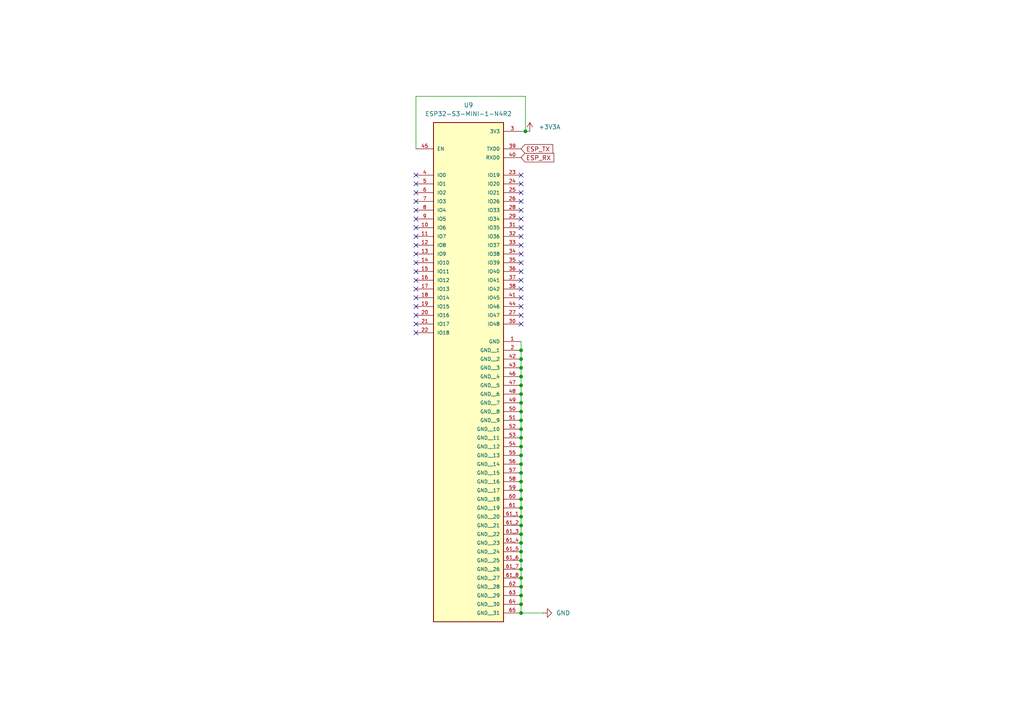
<source format=kicad_sch>
(kicad_sch (version 20250114) (generator "eeschema") (generator_version "9.0")
  (paper "A4")
  (lib_symbols
    (symbol "SRAD-Avionics:ESP32-S3-MINI-1-N4R2" (pin_names (offset 1.016))
      (property "Reference" "U" (at -10.16 34.29 0))
      (property "Value" "ESP32-S3-MINI-1-N4R2" (at -10.16 -114.3 0))
      (symbol "ESP32-S3-MINI-1-N4R2_0_0"
        (rectangle (start -10.16 -111.76) (end 10.16 33.02) (stroke (width 0.254)) (fill (type background)))
        (pin input line (at -15.24 25.4 0) (length 5.08) (name "EN") (number "45"))
        (pin bidirectional line (at -15.24 17.78 0) (length 5.08) (name "IO0") (number "4"))
        (pin bidirectional line (at -15.24 15.24 0) (length 5.08) (name "IO1") (number "5"))
        (pin bidirectional line (at -15.24 12.7 0) (length 5.08) (name "IO2") (number "6"))
        (pin bidirectional line (at -15.24 10.16 0) (length 5.08) (name "IO3") (number "7"))
        (pin bidirectional line (at -15.24 7.62 0) (length 5.08) (name "IO4") (number "8"))
        (pin bidirectional line (at -15.24 5.08 0) (length 5.08) (name "IO5") (number "9"))
        (pin bidirectional line (at -15.24 2.54 0) (length 5.08) (name "IO6") (number "10"))
        (pin bidirectional line (at -15.24 0 0) (length 5.08) (name "IO7") (number "11"))
        (pin bidirectional line (at -15.24 -2.54 0) (length 5.08) (name "IO8") (number "12"))
        (pin bidirectional line (at -15.24 -5.08 0) (length 5.08) (name "IO9") (number "13"))
        (pin bidirectional line (at -15.24 -7.62 0) (length 5.08) (name "IO10") (number "14"))
        (pin bidirectional line (at -15.24 -10.16 0) (length 5.08) (name "IO11") (number "15"))
        (pin bidirectional line (at -15.24 -12.7 0) (length 5.08) (name "IO12") (number "16"))
        (pin bidirectional line (at -15.24 -15.24 0) (length 5.08) (name "IO13") (number "17"))
        (pin bidirectional line (at -15.24 -17.78 0) (length 5.08) (name "IO14") (number "18"))
        (pin bidirectional line (at -15.24 -20.32 0) (length 5.08) (name "IO15") (number "19"))
        (pin bidirectional line (at -15.24 -22.86 0) (length 5.08) (name "IO16") (number "20"))
        (pin bidirectional line (at -15.24 -25.4 0) (length 5.08) (name "IO17") (number "21"))
        (pin bidirectional line (at -15.24 -27.94 0) (length 5.08) (name "IO18") (number "22"))
        (pin power_in line (at 15.24 30.48 180) (length 5.08) (name "3V3") (number "3"))
        (pin bidirectional line (at 15.24 25.4 180) (length 5.08) (name "TXD0") (number "39"))
        (pin bidirectional line (at 15.24 22.86 180) (length 5.08) (name "RXD0") (number "40"))
        (pin bidirectional line (at 15.24 17.78 180) (length 5.08) (name "IO19") (number "23"))
        (pin bidirectional line (at 15.24 15.24 180) (length 5.08) (name "IO20") (number "24"))
        (pin bidirectional line (at 15.24 12.7 180) (length 5.08) (name "IO21") (number "25"))
        (pin bidirectional line (at 15.24 10.16 180) (length 5.08) (name "IO26") (number "26"))
        (pin bidirectional line (at 15.24 7.62 180) (length 5.08) (name "IO33") (number "28"))
        (pin bidirectional line (at 15.24 5.08 180) (length 5.08) (name "IO34") (number "29"))
        (pin bidirectional line (at 15.24 2.54 180) (length 5.08) (name "IO35") (number "31"))
        (pin bidirectional line (at 15.24 0 180) (length 5.08) (name "IO36") (number "32"))
        (pin bidirectional line (at 15.24 -2.54 180) (length 5.08) (name "IO37") (number "33"))
        (pin bidirectional line (at 15.24 -5.08 180) (length 5.08) (name "IO38") (number "34"))
        (pin bidirectional line (at 15.24 -7.62 180) (length 5.08) (name "IO39") (number "35"))
        (pin bidirectional line (at 15.24 -10.16 180) (length 5.08) (name "IO40") (number "36"))
        (pin bidirectional line (at 15.24 -12.7 180) (length 5.08) (name "IO41") (number "37"))
        (pin bidirectional line (at 15.24 -15.24 180) (length 5.08) (name "IO42") (number "38"))
        (pin bidirectional line (at 15.24 -17.78 180) (length 5.08) (name "IO45") (number "41"))
        (pin bidirectional line (at 15.24 -20.32 180) (length 5.08) (name "IO46") (number "44"))
        (pin bidirectional line (at 15.24 -22.86 180) (length 5.08) (name "IO47") (number "27"))
        (pin bidirectional line (at 15.24 -25.4 180) (length 5.08) (name "IO48") (number "30"))
        (pin power_in line (at 15.24 -30.48 180) (length 5.08) (name "GND") (number "1"))
        (pin power_in line (at 15.24 -33.02 180) (length 5.08) (name "GND__1") (number "2"))
        (pin power_in line (at 15.24 -35.56 180) (length 5.08) (name "GND__2") (number "42"))
        (pin power_in line (at 15.24 -38.1 180) (length 5.08) (name "GND__3") (number "43"))
        (pin power_in line (at 15.24 -40.64 180) (length 5.08) (name "GND__4") (number "46"))
        (pin power_in line (at 15.24 -43.18 180) (length 5.08) (name "GND__5") (number "47"))
        (pin power_in line (at 15.24 -45.72 180) (length 5.08) (name "GND__6") (number "48"))
        (pin power_in line (at 15.24 -48.26 180) (length 5.08) (name "GND__7") (number "49"))
        (pin power_in line (at 15.24 -50.8 180) (length 5.08) (name "GND__8") (number "50"))
        (pin power_in line (at 15.24 -53.34 180) (length 5.08) (name "GND__9") (number "51"))
        (pin power_in line (at 15.24 -55.88 180) (length 5.08) (name "GND__10") (number "52"))
        (pin power_in line (at 15.24 -58.42 180) (length 5.08) (name "GND__11") (number "53"))
        (pin power_in line (at 15.24 -60.96 180) (length 5.08) (name "GND__12") (number "54"))
        (pin power_in line (at 15.24 -63.5 180) (length 5.08) (name "GND__13") (number "55"))
        (pin power_in line (at 15.24 -66.04 180) (length 5.08) (name "GND__14") (number "56"))
        (pin power_in line (at 15.24 -68.58 180) (length 5.08) (name "GND__15") (number "57"))
        (pin power_in line (at 15.24 -71.12 180) (length 5.08) (name "GND__16") (number "58"))
        (pin power_in line (at 15.24 -73.66 180) (length 5.08) (name "GND__17") (number "59"))
        (pin power_in line (at 15.24 -76.2 180) (length 5.08) (name "GND__18") (number "60"))
        (pin power_in line (at 15.24 -78.74 180) (length 5.08) (name "GND__19") (number "61"))
        (pin power_in line (at 15.24 -81.28 180) (length 5.08) (name "GND__20") (number "61_1"))
        (pin power_in line (at 15.24 -83.82 180) (length 5.08) (name "GND__21") (number "61_2"))
        (pin power_in line (at 15.24 -86.36 180) (length 5.08) (name "GND__22") (number "61_3"))
        (pin power_in line (at 15.24 -88.9 180) (length 5.08) (name "GND__23") (number "61_4"))
        (pin power_in line (at 15.24 -91.44 180) (length 5.08) (name "GND__24") (number "61_5"))
        (pin power_in line (at 15.24 -93.98 180) (length 5.08) (name "GND__25") (number "61_6"))
        (pin power_in line (at 15.24 -96.52 180) (length 5.08) (name "GND__26") (number "61_7"))
        (pin power_in line (at 15.24 -99.06 180) (length 5.08) (name "GND__27") (number "61_8"))
        (pin power_in line (at 15.24 -101.6 180) (length 5.08) (name "GND__28") (number "62"))
        (pin power_in line (at 15.24 -104.14 180) (length 5.08) (name "GND__29") (number "63"))
        (pin power_in line (at 15.24 -106.68 180) (length 5.08) (name "GND__30") (number "64"))
        (pin power_in line (at 15.24 -109.22 180) (length 5.08) (name "GND__31") (number "65"))
      )
    )
    (symbol "power:+3V3" (power) (pin_numbers (hide yes)) (pin_names (offset 0) (hide yes))
      (property "Value" "+3V3" (at 0 3.556 0))
      (symbol "+3V3_0_1"
        (polyline (pts (xy -0.762 1.27) (xy 0 2.54)))
        (polyline (pts (xy 0 2.54) (xy 0.762 1.27)))
        (polyline (pts (xy 0 0) (xy 0 2.54)))
      )
      (symbol "+3V3_1_1"
        (pin power_in line (at 0 0 90) (length 0) (name "~") (number "1"))
      )
    )
    (symbol "power:GND" (power) (pin_numbers (hide yes)) (pin_names (offset 0) (hide yes))
      (property "Value" "GND" (at 0 -3.81 0))
      (symbol "GND_0_1"
        (polyline (pts (xy 0 0) (xy 0 -1.27) (xy 1.27 -1.27) (xy 0 -2.54) (xy -1.27 -1.27) (xy 0 -1.27)))
      )
      (symbol "GND_1_1"
        (pin power_in line (at 0 0 270) (length 0) (name "~") (number "1"))
      )
    )
  )
  (junction (at 151.13 106.68))
  (junction (at 151.13 149.86))
  (junction (at 151.13 167.64))
  (junction (at 151.13 124.46))
  (junction (at 151.13 144.78))
  (junction (at 151.13 147.32))
  (junction (at 151.13 154.94))
  (junction (at 151.13 142.24))
  (junction (at 151.13 119.38))
  (junction (at 151.13 170.18))
  (junction (at 151.13 160.02))
  (junction (at 151.13 111.76))
  (junction (at 151.13 101.6))
  (junction (at 151.13 157.48))
  (junction (at 151.13 116.84))
  (junction (at 151.13 139.7))
  (junction (at 152.4 38.1))
  (junction (at 151.13 134.62))
  (junction (at 151.13 121.92))
  (junction (at 151.13 129.54))
  (junction (at 151.13 109.22))
  (junction (at 151.13 177.8))
  (junction (at 151.13 127))
  (junction (at 151.13 132.08))
  (junction (at 151.13 152.4))
  (junction (at 151.13 172.72))
  (junction (at 151.13 165.1))
  (junction (at 151.13 114.3))
  (junction (at 151.13 104.14))
  (junction (at 151.13 137.16))
  (junction (at 151.13 162.56))
  (junction (at 151.13 175.26))
  (no_connect (at 120.65 83.82))
  (no_connect (at 120.65 63.5))
  (no_connect (at 151.13 78.74))
  (no_connect (at 151.13 58.42))
  (no_connect (at 120.65 68.58))
  (no_connect (at 151.13 83.82))
  (no_connect (at 151.13 91.44))
  (no_connect (at 151.13 53.34))
  (no_connect (at 151.13 55.88))
  (no_connect (at 151.13 86.36))
  (no_connect (at 120.65 55.88))
  (no_connect (at 120.65 91.44))
  (no_connect (at 120.65 86.36))
  (no_connect (at 151.13 76.2))
  (no_connect (at 151.13 60.96))
  (no_connect (at 151.13 88.9))
  (no_connect (at 120.65 73.66))
  (no_connect (at 120.65 58.42))
  (no_connect (at 151.13 73.66))
  (no_connect (at 151.13 93.98))
  (no_connect (at 120.65 96.52))
  (no_connect (at 120.65 93.98))
  (no_connect (at 120.65 53.34))
  (no_connect (at 151.13 63.5))
  (no_connect (at 120.65 71.12))
  (no_connect (at 120.65 76.2))
  (no_connect (at 151.13 71.12))
  (no_connect (at 120.65 66.04))
  (no_connect (at 151.13 66.04))
  (no_connect (at 120.65 81.28))
  (no_connect (at 120.65 78.74))
  (no_connect (at 120.65 60.96))
  (no_connect (at 120.65 50.8))
  (no_connect (at 151.13 50.8))
  (no_connect (at 151.13 68.58))
  (no_connect (at 151.13 81.28))
  (no_connect (at 120.65 88.9))
  (wire (pts (xy 151.13 121.92) (xy 151.13 124.46)))
  (wire (pts (xy 151.13 172.72) (xy 151.13 175.26)))
  (wire (pts (xy 151.13 154.94) (xy 151.13 157.48)))
  (wire (pts (xy 152.4 38.1) (xy 151.13 38.1)))
  (wire (pts (xy 151.13 162.56) (xy 151.13 165.1)))
  (wire (pts (xy 151.13 165.1) (xy 151.13 167.64)))
  (wire (pts (xy 151.13 177.8) (xy 157.48 177.8)))
  (wire (pts (xy 151.13 101.6) (xy 151.13 104.14)))
  (wire (pts (xy 151.13 106.68) (xy 151.13 109.22)))
  (wire (pts (xy 151.13 116.84) (xy 151.13 119.38)))
  (wire (pts (xy 151.13 104.14) (xy 151.13 106.68)))
  (wire (pts (xy 151.13 157.48) (xy 151.13 160.02)))
  (wire (pts (xy 151.13 144.78) (xy 151.13 147.32)))
  (wire (pts (xy 151.13 137.16) (xy 151.13 139.7)))
  (wire (pts (xy 151.13 152.4) (xy 151.13 154.94)))
  (wire (pts (xy 152.4 27.94) (xy 152.4 38.1)))
  (wire (pts (xy 151.13 142.24) (xy 151.13 144.78)))
  (wire (pts (xy 151.13 127) (xy 151.13 129.54)))
  (wire (pts (xy 151.13 147.32) (xy 151.13 149.86)))
  (wire (pts (xy 120.65 27.94) (xy 152.4 27.94)))
  (wire (pts (xy 151.13 109.22) (xy 151.13 111.76)))
  (wire (pts (xy 151.13 167.64) (xy 151.13 170.18)))
  (wire (pts (xy 151.13 139.7) (xy 151.13 142.24)))
  (wire (pts (xy 151.13 170.18) (xy 151.13 172.72)))
  (wire (pts (xy 151.13 175.26) (xy 151.13 177.8)))
  (wire (pts (xy 120.65 43.18) (xy 120.65 27.94)))
  (wire (pts (xy 153.67 38.1) (xy 152.4 38.1)))
  (wire (pts (xy 151.13 111.76) (xy 151.13 114.3)))
  (wire (pts (xy 151.13 134.62) (xy 151.13 137.16)))
  (wire (pts (xy 151.13 149.86) (xy 151.13 152.4)))
  (wire (pts (xy 151.13 124.46) (xy 151.13 127)))
  (wire (pts (xy 151.13 129.54) (xy 151.13 132.08)))
  (wire (pts (xy 151.13 114.3) (xy 151.13 116.84)))
  (wire (pts (xy 151.13 160.02) (xy 151.13 162.56)))
  (wire (pts (xy 151.13 132.08) (xy 151.13 134.62)))
  (wire (pts (xy 151.13 99.06) (xy 151.13 101.6)))
  (wire (pts (xy 151.13 119.38) (xy 151.13 121.92)))
  (global_label "ESP_TX" (shape input) (at 151.13 43.18 0) (property "Intersheetrefs" "${INTERSHEET_REFS}" (effects (hide yes))))
  (global_label "ESP_RX" (shape input) (at 151.13 45.72 0) (property "Intersheetrefs" "${INTERSHEET_REFS}" (effects (hide yes))))
  (symbol (lib_id "power:+3V3") (at 153.67 38.1 0) (unit 1)
    (property "Reference" "#PWR050" (effects (hide yes)))
    (property "Value" "+3V3A" (at 156.21 36.8299 0) (effects (justify left)))
    (property "Description" "Power symbol creates a global label with name \"+3V3\"" (effects (hide yes)))
  )
  (symbol (lib_id "SRAD-Avionics:ESP32-S3-MINI-1-N4R2") (at 135.89 68.58 0) (unit 1)
    (property "Reference" "U9" (at 135.89 30.48 0))
    (property "Value" "ESP32-S3-MINI-1-N4R2" (at 135.89 33.02 0))
    (property "Footprint" "ESP32-S3-MINI-1-N4R2:XCVR_ESP32-S3-MINI-1-N4R2" (effects (hide yes)))
    (property "PARTREV" "v0.6" (effects (hide yes)))
    (property "STANDARD" "Manufacturer Recommendations" (effects (hide yes)))
    (property "MAXIMUM_PACKAGE_HEIGHT" "2.55mm" (effects (hide yes)))
    (property "MANUFACTURER" "Espressif" (effects (hide yes)))
  )
  (symbol (lib_id "power:GND") (at 157.48 177.8 90) (unit 1)
    (property "Reference" "#PWR051" (effects (hide yes)))
    (property "Value" "GND" (at 161.29 177.7999 90) (effects (justify right)))
    (property "Description" "Power symbol creates a global label with name \"GND\" , ground" (effects (hide yes)))
  )
)
</source>
